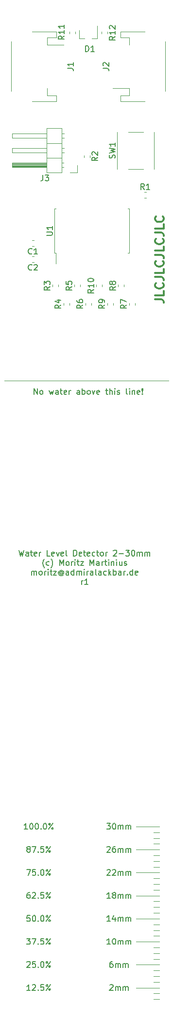
<source format=gbr>
G04 #@! TF.GenerationSoftware,KiCad,Pcbnew,5.1.5*
G04 #@! TF.CreationDate,2020-04-23T18:51:29+02:00*
G04 #@! TF.ProjectId,water_level,77617465-725f-46c6-9576-656c2e6b6963,rev?*
G04 #@! TF.SameCoordinates,Original*
G04 #@! TF.FileFunction,Legend,Top*
G04 #@! TF.FilePolarity,Positive*
%FSLAX46Y46*%
G04 Gerber Fmt 4.6, Leading zero omitted, Abs format (unit mm)*
G04 Created by KiCad (PCBNEW 5.1.5) date 2020-04-23 18:51:29*
%MOMM*%
%LPD*%
G04 APERTURE LIST*
%ADD10C,0.300000*%
%ADD11C,0.150000*%
%ADD12C,0.120000*%
G04 APERTURE END LIST*
D10*
X52264571Y-68396571D02*
X53336000Y-68396571D01*
X53550285Y-68468000D01*
X53693142Y-68610857D01*
X53764571Y-68825142D01*
X53764571Y-68968000D01*
X53764571Y-66968000D02*
X53764571Y-67682285D01*
X52264571Y-67682285D01*
X53621714Y-65610857D02*
X53693142Y-65682285D01*
X53764571Y-65896571D01*
X53764571Y-66039428D01*
X53693142Y-66253714D01*
X53550285Y-66396571D01*
X53407428Y-66468000D01*
X53121714Y-66539428D01*
X52907428Y-66539428D01*
X52621714Y-66468000D01*
X52478857Y-66396571D01*
X52336000Y-66253714D01*
X52264571Y-66039428D01*
X52264571Y-65896571D01*
X52336000Y-65682285D01*
X52407428Y-65610857D01*
X52264571Y-64539428D02*
X53336000Y-64539428D01*
X53550285Y-64610857D01*
X53693142Y-64753714D01*
X53764571Y-64968000D01*
X53764571Y-65110857D01*
X53764571Y-63110857D02*
X53764571Y-63825142D01*
X52264571Y-63825142D01*
X53621714Y-61753714D02*
X53693142Y-61825142D01*
X53764571Y-62039428D01*
X53764571Y-62182285D01*
X53693142Y-62396571D01*
X53550285Y-62539428D01*
X53407428Y-62610857D01*
X53121714Y-62682285D01*
X52907428Y-62682285D01*
X52621714Y-62610857D01*
X52478857Y-62539428D01*
X52336000Y-62396571D01*
X52264571Y-62182285D01*
X52264571Y-62039428D01*
X52336000Y-61825142D01*
X52407428Y-61753714D01*
X52264571Y-60682285D02*
X53336000Y-60682285D01*
X53550285Y-60753714D01*
X53693142Y-60896571D01*
X53764571Y-61110857D01*
X53764571Y-61253714D01*
X53764571Y-59253714D02*
X53764571Y-59968000D01*
X52264571Y-59968000D01*
X53621714Y-57896571D02*
X53693142Y-57968000D01*
X53764571Y-58182285D01*
X53764571Y-58325142D01*
X53693142Y-58539428D01*
X53550285Y-58682285D01*
X53407428Y-58753714D01*
X53121714Y-58825142D01*
X52907428Y-58825142D01*
X52621714Y-58753714D01*
X52478857Y-58682285D01*
X52336000Y-58539428D01*
X52264571Y-58325142D01*
X52264571Y-58182285D01*
X52336000Y-57968000D01*
X52407428Y-57896571D01*
X52264571Y-56825142D02*
X53336000Y-56825142D01*
X53550285Y-56896571D01*
X53693142Y-57039428D01*
X53764571Y-57253714D01*
X53764571Y-57396571D01*
X53764571Y-55396571D02*
X53764571Y-56110857D01*
X52264571Y-56110857D01*
X53621714Y-54039428D02*
X53693142Y-54110857D01*
X53764571Y-54325142D01*
X53764571Y-54468000D01*
X53693142Y-54682285D01*
X53550285Y-54825142D01*
X53407428Y-54896571D01*
X53121714Y-54968000D01*
X52907428Y-54968000D01*
X52621714Y-54896571D01*
X52478857Y-54825142D01*
X52336000Y-54682285D01*
X52264571Y-54468000D01*
X52264571Y-54325142D01*
X52336000Y-54110857D01*
X52407428Y-54039428D01*
D11*
X28547619Y-111977380D02*
X28785714Y-112977380D01*
X28976190Y-112263095D01*
X29166666Y-112977380D01*
X29404761Y-111977380D01*
X30214285Y-112977380D02*
X30214285Y-112453571D01*
X30166666Y-112358333D01*
X30071428Y-112310714D01*
X29880952Y-112310714D01*
X29785714Y-112358333D01*
X30214285Y-112929761D02*
X30119047Y-112977380D01*
X29880952Y-112977380D01*
X29785714Y-112929761D01*
X29738095Y-112834523D01*
X29738095Y-112739285D01*
X29785714Y-112644047D01*
X29880952Y-112596428D01*
X30119047Y-112596428D01*
X30214285Y-112548809D01*
X30547619Y-112310714D02*
X30928571Y-112310714D01*
X30690476Y-111977380D02*
X30690476Y-112834523D01*
X30738095Y-112929761D01*
X30833333Y-112977380D01*
X30928571Y-112977380D01*
X31642857Y-112929761D02*
X31547619Y-112977380D01*
X31357142Y-112977380D01*
X31261904Y-112929761D01*
X31214285Y-112834523D01*
X31214285Y-112453571D01*
X31261904Y-112358333D01*
X31357142Y-112310714D01*
X31547619Y-112310714D01*
X31642857Y-112358333D01*
X31690476Y-112453571D01*
X31690476Y-112548809D01*
X31214285Y-112644047D01*
X32119047Y-112977380D02*
X32119047Y-112310714D01*
X32119047Y-112501190D02*
X32166666Y-112405952D01*
X32214285Y-112358333D01*
X32309523Y-112310714D01*
X32404761Y-112310714D01*
X33976190Y-112977380D02*
X33500000Y-112977380D01*
X33500000Y-111977380D01*
X34690476Y-112929761D02*
X34595238Y-112977380D01*
X34404761Y-112977380D01*
X34309523Y-112929761D01*
X34261904Y-112834523D01*
X34261904Y-112453571D01*
X34309523Y-112358333D01*
X34404761Y-112310714D01*
X34595238Y-112310714D01*
X34690476Y-112358333D01*
X34738095Y-112453571D01*
X34738095Y-112548809D01*
X34261904Y-112644047D01*
X35071428Y-112310714D02*
X35309523Y-112977380D01*
X35547619Y-112310714D01*
X36309523Y-112929761D02*
X36214285Y-112977380D01*
X36023809Y-112977380D01*
X35928571Y-112929761D01*
X35880952Y-112834523D01*
X35880952Y-112453571D01*
X35928571Y-112358333D01*
X36023809Y-112310714D01*
X36214285Y-112310714D01*
X36309523Y-112358333D01*
X36357142Y-112453571D01*
X36357142Y-112548809D01*
X35880952Y-112644047D01*
X36928571Y-112977380D02*
X36833333Y-112929761D01*
X36785714Y-112834523D01*
X36785714Y-111977380D01*
X38071428Y-112977380D02*
X38071428Y-111977380D01*
X38309523Y-111977380D01*
X38452380Y-112025000D01*
X38547619Y-112120238D01*
X38595238Y-112215476D01*
X38642857Y-112405952D01*
X38642857Y-112548809D01*
X38595238Y-112739285D01*
X38547619Y-112834523D01*
X38452380Y-112929761D01*
X38309523Y-112977380D01*
X38071428Y-112977380D01*
X39452380Y-112929761D02*
X39357142Y-112977380D01*
X39166666Y-112977380D01*
X39071428Y-112929761D01*
X39023809Y-112834523D01*
X39023809Y-112453571D01*
X39071428Y-112358333D01*
X39166666Y-112310714D01*
X39357142Y-112310714D01*
X39452380Y-112358333D01*
X39500000Y-112453571D01*
X39500000Y-112548809D01*
X39023809Y-112644047D01*
X39785714Y-112310714D02*
X40166666Y-112310714D01*
X39928571Y-111977380D02*
X39928571Y-112834523D01*
X39976190Y-112929761D01*
X40071428Y-112977380D01*
X40166666Y-112977380D01*
X40880952Y-112929761D02*
X40785714Y-112977380D01*
X40595238Y-112977380D01*
X40500000Y-112929761D01*
X40452380Y-112834523D01*
X40452380Y-112453571D01*
X40500000Y-112358333D01*
X40595238Y-112310714D01*
X40785714Y-112310714D01*
X40880952Y-112358333D01*
X40928571Y-112453571D01*
X40928571Y-112548809D01*
X40452380Y-112644047D01*
X41785714Y-112929761D02*
X41690476Y-112977380D01*
X41500000Y-112977380D01*
X41404761Y-112929761D01*
X41357142Y-112882142D01*
X41309523Y-112786904D01*
X41309523Y-112501190D01*
X41357142Y-112405952D01*
X41404761Y-112358333D01*
X41500000Y-112310714D01*
X41690476Y-112310714D01*
X41785714Y-112358333D01*
X42071428Y-112310714D02*
X42452380Y-112310714D01*
X42214285Y-111977380D02*
X42214285Y-112834523D01*
X42261904Y-112929761D01*
X42357142Y-112977380D01*
X42452380Y-112977380D01*
X42928571Y-112977380D02*
X42833333Y-112929761D01*
X42785714Y-112882142D01*
X42738095Y-112786904D01*
X42738095Y-112501190D01*
X42785714Y-112405952D01*
X42833333Y-112358333D01*
X42928571Y-112310714D01*
X43071428Y-112310714D01*
X43166666Y-112358333D01*
X43214285Y-112405952D01*
X43261904Y-112501190D01*
X43261904Y-112786904D01*
X43214285Y-112882142D01*
X43166666Y-112929761D01*
X43071428Y-112977380D01*
X42928571Y-112977380D01*
X43690476Y-112977380D02*
X43690476Y-112310714D01*
X43690476Y-112501190D02*
X43738095Y-112405952D01*
X43785714Y-112358333D01*
X43880952Y-112310714D01*
X43976190Y-112310714D01*
X45023809Y-112072619D02*
X45071428Y-112025000D01*
X45166666Y-111977380D01*
X45404761Y-111977380D01*
X45500000Y-112025000D01*
X45547619Y-112072619D01*
X45595238Y-112167857D01*
X45595238Y-112263095D01*
X45547619Y-112405952D01*
X44976190Y-112977380D01*
X45595238Y-112977380D01*
X46023809Y-112596428D02*
X46785714Y-112596428D01*
X47166666Y-111977380D02*
X47785714Y-111977380D01*
X47452380Y-112358333D01*
X47595238Y-112358333D01*
X47690476Y-112405952D01*
X47738095Y-112453571D01*
X47785714Y-112548809D01*
X47785714Y-112786904D01*
X47738095Y-112882142D01*
X47690476Y-112929761D01*
X47595238Y-112977380D01*
X47309523Y-112977380D01*
X47214285Y-112929761D01*
X47166666Y-112882142D01*
X48404761Y-111977380D02*
X48500000Y-111977380D01*
X48595238Y-112025000D01*
X48642857Y-112072619D01*
X48690476Y-112167857D01*
X48738095Y-112358333D01*
X48738095Y-112596428D01*
X48690476Y-112786904D01*
X48642857Y-112882142D01*
X48595238Y-112929761D01*
X48500000Y-112977380D01*
X48404761Y-112977380D01*
X48309523Y-112929761D01*
X48261904Y-112882142D01*
X48214285Y-112786904D01*
X48166666Y-112596428D01*
X48166666Y-112358333D01*
X48214285Y-112167857D01*
X48261904Y-112072619D01*
X48309523Y-112025000D01*
X48404761Y-111977380D01*
X49166666Y-112977380D02*
X49166666Y-112310714D01*
X49166666Y-112405952D02*
X49214285Y-112358333D01*
X49309523Y-112310714D01*
X49452380Y-112310714D01*
X49547619Y-112358333D01*
X49595238Y-112453571D01*
X49595238Y-112977380D01*
X49595238Y-112453571D02*
X49642857Y-112358333D01*
X49738095Y-112310714D01*
X49880952Y-112310714D01*
X49976190Y-112358333D01*
X50023809Y-112453571D01*
X50023809Y-112977380D01*
X50500000Y-112977380D02*
X50500000Y-112310714D01*
X50500000Y-112405952D02*
X50547619Y-112358333D01*
X50642857Y-112310714D01*
X50785714Y-112310714D01*
X50880952Y-112358333D01*
X50928571Y-112453571D01*
X50928571Y-112977380D01*
X50928571Y-112453571D02*
X50976190Y-112358333D01*
X51071428Y-112310714D01*
X51214285Y-112310714D01*
X51309523Y-112358333D01*
X51357142Y-112453571D01*
X51357142Y-112977380D01*
X33000000Y-115008333D02*
X32952380Y-114960714D01*
X32857142Y-114817857D01*
X32809523Y-114722619D01*
X32761904Y-114579761D01*
X32714285Y-114341666D01*
X32714285Y-114151190D01*
X32761904Y-113913095D01*
X32809523Y-113770238D01*
X32857142Y-113675000D01*
X32952380Y-113532142D01*
X33000000Y-113484523D01*
X33809523Y-114579761D02*
X33714285Y-114627380D01*
X33523809Y-114627380D01*
X33428571Y-114579761D01*
X33380952Y-114532142D01*
X33333333Y-114436904D01*
X33333333Y-114151190D01*
X33380952Y-114055952D01*
X33428571Y-114008333D01*
X33523809Y-113960714D01*
X33714285Y-113960714D01*
X33809523Y-114008333D01*
X34142857Y-115008333D02*
X34190476Y-114960714D01*
X34285714Y-114817857D01*
X34333333Y-114722619D01*
X34380952Y-114579761D01*
X34428571Y-114341666D01*
X34428571Y-114151190D01*
X34380952Y-113913095D01*
X34333333Y-113770238D01*
X34285714Y-113675000D01*
X34190476Y-113532142D01*
X34142857Y-113484523D01*
X35666666Y-114627380D02*
X35666666Y-113627380D01*
X36000000Y-114341666D01*
X36333333Y-113627380D01*
X36333333Y-114627380D01*
X36952380Y-114627380D02*
X36857142Y-114579761D01*
X36809523Y-114532142D01*
X36761904Y-114436904D01*
X36761904Y-114151190D01*
X36809523Y-114055952D01*
X36857142Y-114008333D01*
X36952380Y-113960714D01*
X37095238Y-113960714D01*
X37190476Y-114008333D01*
X37238095Y-114055952D01*
X37285714Y-114151190D01*
X37285714Y-114436904D01*
X37238095Y-114532142D01*
X37190476Y-114579761D01*
X37095238Y-114627380D01*
X36952380Y-114627380D01*
X37714285Y-114627380D02*
X37714285Y-113960714D01*
X37714285Y-114151190D02*
X37761904Y-114055952D01*
X37809523Y-114008333D01*
X37904761Y-113960714D01*
X38000000Y-113960714D01*
X38333333Y-114627380D02*
X38333333Y-113960714D01*
X38333333Y-113627380D02*
X38285714Y-113675000D01*
X38333333Y-113722619D01*
X38380952Y-113675000D01*
X38333333Y-113627380D01*
X38333333Y-113722619D01*
X38666666Y-113960714D02*
X39047619Y-113960714D01*
X38809523Y-113627380D02*
X38809523Y-114484523D01*
X38857142Y-114579761D01*
X38952380Y-114627380D01*
X39047619Y-114627380D01*
X39285714Y-113960714D02*
X39809523Y-113960714D01*
X39285714Y-114627380D01*
X39809523Y-114627380D01*
X40952380Y-114627380D02*
X40952380Y-113627380D01*
X41285714Y-114341666D01*
X41619047Y-113627380D01*
X41619047Y-114627380D01*
X42523809Y-114627380D02*
X42523809Y-114103571D01*
X42476190Y-114008333D01*
X42380952Y-113960714D01*
X42190476Y-113960714D01*
X42095238Y-114008333D01*
X42523809Y-114579761D02*
X42428571Y-114627380D01*
X42190476Y-114627380D01*
X42095238Y-114579761D01*
X42047619Y-114484523D01*
X42047619Y-114389285D01*
X42095238Y-114294047D01*
X42190476Y-114246428D01*
X42428571Y-114246428D01*
X42523809Y-114198809D01*
X43000000Y-114627380D02*
X43000000Y-113960714D01*
X43000000Y-114151190D02*
X43047619Y-114055952D01*
X43095238Y-114008333D01*
X43190476Y-113960714D01*
X43285714Y-113960714D01*
X43476190Y-113960714D02*
X43857142Y-113960714D01*
X43619047Y-113627380D02*
X43619047Y-114484523D01*
X43666666Y-114579761D01*
X43761904Y-114627380D01*
X43857142Y-114627380D01*
X44190476Y-114627380D02*
X44190476Y-113960714D01*
X44190476Y-113627380D02*
X44142857Y-113675000D01*
X44190476Y-113722619D01*
X44238095Y-113675000D01*
X44190476Y-113627380D01*
X44190476Y-113722619D01*
X44666666Y-113960714D02*
X44666666Y-114627380D01*
X44666666Y-114055952D02*
X44714285Y-114008333D01*
X44809523Y-113960714D01*
X44952380Y-113960714D01*
X45047619Y-114008333D01*
X45095238Y-114103571D01*
X45095238Y-114627380D01*
X45571428Y-114627380D02*
X45571428Y-113960714D01*
X45571428Y-113627380D02*
X45523809Y-113675000D01*
X45571428Y-113722619D01*
X45619047Y-113675000D01*
X45571428Y-113627380D01*
X45571428Y-113722619D01*
X46476190Y-113960714D02*
X46476190Y-114627380D01*
X46047619Y-113960714D02*
X46047619Y-114484523D01*
X46095238Y-114579761D01*
X46190476Y-114627380D01*
X46333333Y-114627380D01*
X46428571Y-114579761D01*
X46476190Y-114532142D01*
X46904761Y-114579761D02*
X47000000Y-114627380D01*
X47190476Y-114627380D01*
X47285714Y-114579761D01*
X47333333Y-114484523D01*
X47333333Y-114436904D01*
X47285714Y-114341666D01*
X47190476Y-114294047D01*
X47047619Y-114294047D01*
X46952380Y-114246428D01*
X46904761Y-114151190D01*
X46904761Y-114103571D01*
X46952380Y-114008333D01*
X47047619Y-113960714D01*
X47190476Y-113960714D01*
X47285714Y-114008333D01*
X30785714Y-116277380D02*
X30785714Y-115610714D01*
X30785714Y-115705952D02*
X30833333Y-115658333D01*
X30928571Y-115610714D01*
X31071428Y-115610714D01*
X31166666Y-115658333D01*
X31214285Y-115753571D01*
X31214285Y-116277380D01*
X31214285Y-115753571D02*
X31261904Y-115658333D01*
X31357142Y-115610714D01*
X31499999Y-115610714D01*
X31595238Y-115658333D01*
X31642857Y-115753571D01*
X31642857Y-116277380D01*
X32261904Y-116277380D02*
X32166666Y-116229761D01*
X32119047Y-116182142D01*
X32071428Y-116086904D01*
X32071428Y-115801190D01*
X32119047Y-115705952D01*
X32166666Y-115658333D01*
X32261904Y-115610714D01*
X32404761Y-115610714D01*
X32499999Y-115658333D01*
X32547619Y-115705952D01*
X32595238Y-115801190D01*
X32595238Y-116086904D01*
X32547619Y-116182142D01*
X32499999Y-116229761D01*
X32404761Y-116277380D01*
X32261904Y-116277380D01*
X33023809Y-116277380D02*
X33023809Y-115610714D01*
X33023809Y-115801190D02*
X33071428Y-115705952D01*
X33119047Y-115658333D01*
X33214285Y-115610714D01*
X33309523Y-115610714D01*
X33642857Y-116277380D02*
X33642857Y-115610714D01*
X33642857Y-115277380D02*
X33595238Y-115325000D01*
X33642857Y-115372619D01*
X33690476Y-115325000D01*
X33642857Y-115277380D01*
X33642857Y-115372619D01*
X33976190Y-115610714D02*
X34357142Y-115610714D01*
X34119047Y-115277380D02*
X34119047Y-116134523D01*
X34166666Y-116229761D01*
X34261904Y-116277380D01*
X34357142Y-116277380D01*
X34595238Y-115610714D02*
X35119047Y-115610714D01*
X34595238Y-116277380D01*
X35119047Y-116277380D01*
X36119047Y-115801190D02*
X36071428Y-115753571D01*
X35976190Y-115705952D01*
X35880952Y-115705952D01*
X35785714Y-115753571D01*
X35738095Y-115801190D01*
X35690476Y-115896428D01*
X35690476Y-115991666D01*
X35738095Y-116086904D01*
X35785714Y-116134523D01*
X35880952Y-116182142D01*
X35976190Y-116182142D01*
X36071428Y-116134523D01*
X36119047Y-116086904D01*
X36119047Y-115705952D02*
X36119047Y-116086904D01*
X36166666Y-116134523D01*
X36214285Y-116134523D01*
X36309523Y-116086904D01*
X36357142Y-115991666D01*
X36357142Y-115753571D01*
X36261904Y-115610714D01*
X36119047Y-115515476D01*
X35928571Y-115467857D01*
X35738095Y-115515476D01*
X35595238Y-115610714D01*
X35500000Y-115753571D01*
X35452380Y-115944047D01*
X35500000Y-116134523D01*
X35595238Y-116277380D01*
X35738095Y-116372619D01*
X35928571Y-116420238D01*
X36119047Y-116372619D01*
X36261904Y-116277380D01*
X37214285Y-116277380D02*
X37214285Y-115753571D01*
X37166666Y-115658333D01*
X37071428Y-115610714D01*
X36880952Y-115610714D01*
X36785714Y-115658333D01*
X37214285Y-116229761D02*
X37119047Y-116277380D01*
X36880952Y-116277380D01*
X36785714Y-116229761D01*
X36738095Y-116134523D01*
X36738095Y-116039285D01*
X36785714Y-115944047D01*
X36880952Y-115896428D01*
X37119047Y-115896428D01*
X37214285Y-115848809D01*
X38119047Y-116277380D02*
X38119047Y-115277380D01*
X38119047Y-116229761D02*
X38023809Y-116277380D01*
X37833333Y-116277380D01*
X37738095Y-116229761D01*
X37690476Y-116182142D01*
X37642857Y-116086904D01*
X37642857Y-115801190D01*
X37690476Y-115705952D01*
X37738095Y-115658333D01*
X37833333Y-115610714D01*
X38023809Y-115610714D01*
X38119047Y-115658333D01*
X38595238Y-116277380D02*
X38595238Y-115610714D01*
X38595238Y-115705952D02*
X38642857Y-115658333D01*
X38738095Y-115610714D01*
X38880952Y-115610714D01*
X38976190Y-115658333D01*
X39023809Y-115753571D01*
X39023809Y-116277380D01*
X39023809Y-115753571D02*
X39071428Y-115658333D01*
X39166666Y-115610714D01*
X39309523Y-115610714D01*
X39404761Y-115658333D01*
X39452380Y-115753571D01*
X39452380Y-116277380D01*
X39928571Y-116277380D02*
X39928571Y-115610714D01*
X39928571Y-115277380D02*
X39880952Y-115325000D01*
X39928571Y-115372619D01*
X39976190Y-115325000D01*
X39928571Y-115277380D01*
X39928571Y-115372619D01*
X40404761Y-116277380D02*
X40404761Y-115610714D01*
X40404761Y-115801190D02*
X40452380Y-115705952D01*
X40500000Y-115658333D01*
X40595238Y-115610714D01*
X40690476Y-115610714D01*
X41452380Y-116277380D02*
X41452380Y-115753571D01*
X41404761Y-115658333D01*
X41309523Y-115610714D01*
X41119047Y-115610714D01*
X41023809Y-115658333D01*
X41452380Y-116229761D02*
X41357142Y-116277380D01*
X41119047Y-116277380D01*
X41023809Y-116229761D01*
X40976190Y-116134523D01*
X40976190Y-116039285D01*
X41023809Y-115944047D01*
X41119047Y-115896428D01*
X41357142Y-115896428D01*
X41452380Y-115848809D01*
X42071428Y-116277380D02*
X41976190Y-116229761D01*
X41928571Y-116134523D01*
X41928571Y-115277380D01*
X42880952Y-116277380D02*
X42880952Y-115753571D01*
X42833333Y-115658333D01*
X42738095Y-115610714D01*
X42547619Y-115610714D01*
X42452380Y-115658333D01*
X42880952Y-116229761D02*
X42785714Y-116277380D01*
X42547619Y-116277380D01*
X42452380Y-116229761D01*
X42404761Y-116134523D01*
X42404761Y-116039285D01*
X42452380Y-115944047D01*
X42547619Y-115896428D01*
X42785714Y-115896428D01*
X42880952Y-115848809D01*
X43785714Y-116229761D02*
X43690476Y-116277380D01*
X43500000Y-116277380D01*
X43404761Y-116229761D01*
X43357142Y-116182142D01*
X43309523Y-116086904D01*
X43309523Y-115801190D01*
X43357142Y-115705952D01*
X43404761Y-115658333D01*
X43500000Y-115610714D01*
X43690476Y-115610714D01*
X43785714Y-115658333D01*
X44214285Y-116277380D02*
X44214285Y-115277380D01*
X44309523Y-115896428D02*
X44595238Y-116277380D01*
X44595238Y-115610714D02*
X44214285Y-115991666D01*
X45023809Y-116277380D02*
X45023809Y-115277380D01*
X45023809Y-115658333D02*
X45119047Y-115610714D01*
X45309523Y-115610714D01*
X45404761Y-115658333D01*
X45452380Y-115705952D01*
X45500000Y-115801190D01*
X45500000Y-116086904D01*
X45452380Y-116182142D01*
X45404761Y-116229761D01*
X45309523Y-116277380D01*
X45119047Y-116277380D01*
X45023809Y-116229761D01*
X46357142Y-116277380D02*
X46357142Y-115753571D01*
X46309523Y-115658333D01*
X46214285Y-115610714D01*
X46023809Y-115610714D01*
X45928571Y-115658333D01*
X46357142Y-116229761D02*
X46261904Y-116277380D01*
X46023809Y-116277380D01*
X45928571Y-116229761D01*
X45880952Y-116134523D01*
X45880952Y-116039285D01*
X45928571Y-115944047D01*
X46023809Y-115896428D01*
X46261904Y-115896428D01*
X46357142Y-115848809D01*
X46833333Y-116277380D02*
X46833333Y-115610714D01*
X46833333Y-115801190D02*
X46880952Y-115705952D01*
X46928571Y-115658333D01*
X47023809Y-115610714D01*
X47119047Y-115610714D01*
X47452380Y-116182142D02*
X47500000Y-116229761D01*
X47452380Y-116277380D01*
X47404761Y-116229761D01*
X47452380Y-116182142D01*
X47452380Y-116277380D01*
X48357142Y-116277380D02*
X48357142Y-115277380D01*
X48357142Y-116229761D02*
X48261904Y-116277380D01*
X48071428Y-116277380D01*
X47976190Y-116229761D01*
X47928571Y-116182142D01*
X47880952Y-116086904D01*
X47880952Y-115801190D01*
X47928571Y-115705952D01*
X47976190Y-115658333D01*
X48071428Y-115610714D01*
X48261904Y-115610714D01*
X48357142Y-115658333D01*
X49214285Y-116229761D02*
X49119047Y-116277380D01*
X48928571Y-116277380D01*
X48833333Y-116229761D01*
X48785714Y-116134523D01*
X48785714Y-115753571D01*
X48833333Y-115658333D01*
X48928571Y-115610714D01*
X49119047Y-115610714D01*
X49214285Y-115658333D01*
X49261904Y-115753571D01*
X49261904Y-115848809D01*
X48785714Y-115944047D01*
X39452380Y-117927380D02*
X39452380Y-117260714D01*
X39452380Y-117451190D02*
X39500000Y-117355952D01*
X39547619Y-117308333D01*
X39642857Y-117260714D01*
X39738095Y-117260714D01*
X40595238Y-117927380D02*
X40023809Y-117927380D01*
X40309523Y-117927380D02*
X40309523Y-116927380D01*
X40214285Y-117070238D01*
X40119047Y-117165476D01*
X40023809Y-117213095D01*
X30142857Y-163880952D02*
X30047619Y-163833333D01*
X30000000Y-163785714D01*
X29952380Y-163690476D01*
X29952380Y-163642857D01*
X30000000Y-163547619D01*
X30047619Y-163500000D01*
X30142857Y-163452380D01*
X30333333Y-163452380D01*
X30428571Y-163500000D01*
X30476190Y-163547619D01*
X30523809Y-163642857D01*
X30523809Y-163690476D01*
X30476190Y-163785714D01*
X30428571Y-163833333D01*
X30333333Y-163880952D01*
X30142857Y-163880952D01*
X30047619Y-163928571D01*
X30000000Y-163976190D01*
X29952380Y-164071428D01*
X29952380Y-164261904D01*
X30000000Y-164357142D01*
X30047619Y-164404761D01*
X30142857Y-164452380D01*
X30333333Y-164452380D01*
X30428571Y-164404761D01*
X30476190Y-164357142D01*
X30523809Y-164261904D01*
X30523809Y-164071428D01*
X30476190Y-163976190D01*
X30428571Y-163928571D01*
X30333333Y-163880952D01*
X30857142Y-163452380D02*
X31523809Y-163452380D01*
X31095238Y-164452380D01*
X31904761Y-164357142D02*
X31952380Y-164404761D01*
X31904761Y-164452380D01*
X31857142Y-164404761D01*
X31904761Y-164357142D01*
X31904761Y-164452380D01*
X32857142Y-163452380D02*
X32380952Y-163452380D01*
X32333333Y-163928571D01*
X32380952Y-163880952D01*
X32476190Y-163833333D01*
X32714285Y-163833333D01*
X32809523Y-163880952D01*
X32857142Y-163928571D01*
X32904761Y-164023809D01*
X32904761Y-164261904D01*
X32857142Y-164357142D01*
X32809523Y-164404761D01*
X32714285Y-164452380D01*
X32476190Y-164452380D01*
X32380952Y-164404761D01*
X32333333Y-164357142D01*
X33285714Y-164452380D02*
X34047619Y-163452380D01*
X33428571Y-163452380D02*
X33523809Y-163500000D01*
X33571428Y-163595238D01*
X33523809Y-163690476D01*
X33428571Y-163738095D01*
X33333333Y-163690476D01*
X33285714Y-163595238D01*
X33333333Y-163500000D01*
X33428571Y-163452380D01*
X34000000Y-164404761D02*
X34047619Y-164309523D01*
X34000000Y-164214285D01*
X33904761Y-164166666D01*
X33809523Y-164214285D01*
X33761904Y-164309523D01*
X33809523Y-164404761D01*
X33904761Y-164452380D01*
X34000000Y-164404761D01*
X30047619Y-160452380D02*
X29476190Y-160452380D01*
X29761904Y-160452380D02*
X29761904Y-159452380D01*
X29666666Y-159595238D01*
X29571428Y-159690476D01*
X29476190Y-159738095D01*
X30666666Y-159452380D02*
X30761904Y-159452380D01*
X30857142Y-159500000D01*
X30904761Y-159547619D01*
X30952380Y-159642857D01*
X30999999Y-159833333D01*
X30999999Y-160071428D01*
X30952380Y-160261904D01*
X30904761Y-160357142D01*
X30857142Y-160404761D01*
X30761904Y-160452380D01*
X30666666Y-160452380D01*
X30571428Y-160404761D01*
X30523809Y-160357142D01*
X30476190Y-160261904D01*
X30428571Y-160071428D01*
X30428571Y-159833333D01*
X30476190Y-159642857D01*
X30523809Y-159547619D01*
X30571428Y-159500000D01*
X30666666Y-159452380D01*
X31619047Y-159452380D02*
X31714285Y-159452380D01*
X31809523Y-159500000D01*
X31857142Y-159547619D01*
X31904761Y-159642857D01*
X31952380Y-159833333D01*
X31952380Y-160071428D01*
X31904761Y-160261904D01*
X31857142Y-160357142D01*
X31809523Y-160404761D01*
X31714285Y-160452380D01*
X31619047Y-160452380D01*
X31523809Y-160404761D01*
X31476190Y-160357142D01*
X31428571Y-160261904D01*
X31380952Y-160071428D01*
X31380952Y-159833333D01*
X31428571Y-159642857D01*
X31476190Y-159547619D01*
X31523809Y-159500000D01*
X31619047Y-159452380D01*
X32380952Y-160357142D02*
X32428571Y-160404761D01*
X32380952Y-160452380D01*
X32333333Y-160404761D01*
X32380952Y-160357142D01*
X32380952Y-160452380D01*
X33047619Y-159452380D02*
X33142857Y-159452380D01*
X33238095Y-159500000D01*
X33285714Y-159547619D01*
X33333333Y-159642857D01*
X33380952Y-159833333D01*
X33380952Y-160071428D01*
X33333333Y-160261904D01*
X33285714Y-160357142D01*
X33238095Y-160404761D01*
X33142857Y-160452380D01*
X33047619Y-160452380D01*
X32952380Y-160404761D01*
X32904761Y-160357142D01*
X32857142Y-160261904D01*
X32809523Y-160071428D01*
X32809523Y-159833333D01*
X32857142Y-159642857D01*
X32904761Y-159547619D01*
X32952380Y-159500000D01*
X33047619Y-159452380D01*
X33761904Y-160452380D02*
X34523809Y-159452380D01*
X33904761Y-159452380D02*
X34000000Y-159500000D01*
X34047619Y-159595238D01*
X34000000Y-159690476D01*
X33904761Y-159738095D01*
X33809523Y-159690476D01*
X33761904Y-159595238D01*
X33809523Y-159500000D01*
X33904761Y-159452380D01*
X34476190Y-160404761D02*
X34523809Y-160309523D01*
X34476190Y-160214285D01*
X34380952Y-160166666D01*
X34285714Y-160214285D01*
X34238095Y-160309523D01*
X34285714Y-160404761D01*
X34380952Y-160452380D01*
X34476190Y-160404761D01*
X29952380Y-183547619D02*
X30000000Y-183500000D01*
X30095238Y-183452380D01*
X30333333Y-183452380D01*
X30428571Y-183500000D01*
X30476190Y-183547619D01*
X30523809Y-183642857D01*
X30523809Y-183738095D01*
X30476190Y-183880952D01*
X29904761Y-184452380D01*
X30523809Y-184452380D01*
X31428571Y-183452380D02*
X30952380Y-183452380D01*
X30904761Y-183928571D01*
X30952380Y-183880952D01*
X31047619Y-183833333D01*
X31285714Y-183833333D01*
X31380952Y-183880952D01*
X31428571Y-183928571D01*
X31476190Y-184023809D01*
X31476190Y-184261904D01*
X31428571Y-184357142D01*
X31380952Y-184404761D01*
X31285714Y-184452380D01*
X31047619Y-184452380D01*
X30952380Y-184404761D01*
X30904761Y-184357142D01*
X31904761Y-184357142D02*
X31952380Y-184404761D01*
X31904761Y-184452380D01*
X31857142Y-184404761D01*
X31904761Y-184357142D01*
X31904761Y-184452380D01*
X32571428Y-183452380D02*
X32666666Y-183452380D01*
X32761904Y-183500000D01*
X32809523Y-183547619D01*
X32857142Y-183642857D01*
X32904761Y-183833333D01*
X32904761Y-184071428D01*
X32857142Y-184261904D01*
X32809523Y-184357142D01*
X32761904Y-184404761D01*
X32666666Y-184452380D01*
X32571428Y-184452380D01*
X32476190Y-184404761D01*
X32428571Y-184357142D01*
X32380952Y-184261904D01*
X32333333Y-184071428D01*
X32333333Y-183833333D01*
X32380952Y-183642857D01*
X32428571Y-183547619D01*
X32476190Y-183500000D01*
X32571428Y-183452380D01*
X33285714Y-184452380D02*
X34047619Y-183452380D01*
X33428571Y-183452380D02*
X33523809Y-183500000D01*
X33571428Y-183595238D01*
X33523809Y-183690476D01*
X33428571Y-183738095D01*
X33333333Y-183690476D01*
X33285714Y-183595238D01*
X33333333Y-183500000D01*
X33428571Y-183452380D01*
X34000000Y-184404761D02*
X34047619Y-184309523D01*
X34000000Y-184214285D01*
X33904761Y-184166666D01*
X33809523Y-184214285D01*
X33761904Y-184309523D01*
X33809523Y-184404761D01*
X33904761Y-184452380D01*
X34000000Y-184404761D01*
X30476190Y-175452380D02*
X30000000Y-175452380D01*
X29952380Y-175928571D01*
X30000000Y-175880952D01*
X30095238Y-175833333D01*
X30333333Y-175833333D01*
X30428571Y-175880952D01*
X30476190Y-175928571D01*
X30523809Y-176023809D01*
X30523809Y-176261904D01*
X30476190Y-176357142D01*
X30428571Y-176404761D01*
X30333333Y-176452380D01*
X30095238Y-176452380D01*
X30000000Y-176404761D01*
X29952380Y-176357142D01*
X31142857Y-175452380D02*
X31238095Y-175452380D01*
X31333333Y-175500000D01*
X31380952Y-175547619D01*
X31428571Y-175642857D01*
X31476190Y-175833333D01*
X31476190Y-176071428D01*
X31428571Y-176261904D01*
X31380952Y-176357142D01*
X31333333Y-176404761D01*
X31238095Y-176452380D01*
X31142857Y-176452380D01*
X31047619Y-176404761D01*
X31000000Y-176357142D01*
X30952380Y-176261904D01*
X30904761Y-176071428D01*
X30904761Y-175833333D01*
X30952380Y-175642857D01*
X31000000Y-175547619D01*
X31047619Y-175500000D01*
X31142857Y-175452380D01*
X31904761Y-176357142D02*
X31952380Y-176404761D01*
X31904761Y-176452380D01*
X31857142Y-176404761D01*
X31904761Y-176357142D01*
X31904761Y-176452380D01*
X32571428Y-175452380D02*
X32666666Y-175452380D01*
X32761904Y-175500000D01*
X32809523Y-175547619D01*
X32857142Y-175642857D01*
X32904761Y-175833333D01*
X32904761Y-176071428D01*
X32857142Y-176261904D01*
X32809523Y-176357142D01*
X32761904Y-176404761D01*
X32666666Y-176452380D01*
X32571428Y-176452380D01*
X32476190Y-176404761D01*
X32428571Y-176357142D01*
X32380952Y-176261904D01*
X32333333Y-176071428D01*
X32333333Y-175833333D01*
X32380952Y-175642857D01*
X32428571Y-175547619D01*
X32476190Y-175500000D01*
X32571428Y-175452380D01*
X33285714Y-176452380D02*
X34047619Y-175452380D01*
X33428571Y-175452380D02*
X33523809Y-175500000D01*
X33571428Y-175595238D01*
X33523809Y-175690476D01*
X33428571Y-175738095D01*
X33333333Y-175690476D01*
X33285714Y-175595238D01*
X33333333Y-175500000D01*
X33428571Y-175452380D01*
X34000000Y-176404761D02*
X34047619Y-176309523D01*
X34000000Y-176214285D01*
X33904761Y-176166666D01*
X33809523Y-176214285D01*
X33761904Y-176309523D01*
X33809523Y-176404761D01*
X33904761Y-176452380D01*
X34000000Y-176404761D01*
X29904761Y-179452380D02*
X30523809Y-179452380D01*
X30190476Y-179833333D01*
X30333333Y-179833333D01*
X30428571Y-179880952D01*
X30476190Y-179928571D01*
X30523809Y-180023809D01*
X30523809Y-180261904D01*
X30476190Y-180357142D01*
X30428571Y-180404761D01*
X30333333Y-180452380D01*
X30047619Y-180452380D01*
X29952380Y-180404761D01*
X29904761Y-180357142D01*
X30857142Y-179452380D02*
X31523809Y-179452380D01*
X31095238Y-180452380D01*
X31904761Y-180357142D02*
X31952380Y-180404761D01*
X31904761Y-180452380D01*
X31857142Y-180404761D01*
X31904761Y-180357142D01*
X31904761Y-180452380D01*
X32857142Y-179452380D02*
X32380952Y-179452380D01*
X32333333Y-179928571D01*
X32380952Y-179880952D01*
X32476190Y-179833333D01*
X32714285Y-179833333D01*
X32809523Y-179880952D01*
X32857142Y-179928571D01*
X32904761Y-180023809D01*
X32904761Y-180261904D01*
X32857142Y-180357142D01*
X32809523Y-180404761D01*
X32714285Y-180452380D01*
X32476190Y-180452380D01*
X32380952Y-180404761D01*
X32333333Y-180357142D01*
X33285714Y-180452380D02*
X34047619Y-179452380D01*
X33428571Y-179452380D02*
X33523809Y-179500000D01*
X33571428Y-179595238D01*
X33523809Y-179690476D01*
X33428571Y-179738095D01*
X33333333Y-179690476D01*
X33285714Y-179595238D01*
X33333333Y-179500000D01*
X33428571Y-179452380D01*
X34000000Y-180404761D02*
X34047619Y-180309523D01*
X34000000Y-180214285D01*
X33904761Y-180166666D01*
X33809523Y-180214285D01*
X33761904Y-180309523D01*
X33809523Y-180404761D01*
X33904761Y-180452380D01*
X34000000Y-180404761D01*
X30428571Y-171452380D02*
X30238095Y-171452380D01*
X30142857Y-171500000D01*
X30095238Y-171547619D01*
X30000000Y-171690476D01*
X29952380Y-171880952D01*
X29952380Y-172261904D01*
X30000000Y-172357142D01*
X30047619Y-172404761D01*
X30142857Y-172452380D01*
X30333333Y-172452380D01*
X30428571Y-172404761D01*
X30476190Y-172357142D01*
X30523809Y-172261904D01*
X30523809Y-172023809D01*
X30476190Y-171928571D01*
X30428571Y-171880952D01*
X30333333Y-171833333D01*
X30142857Y-171833333D01*
X30047619Y-171880952D01*
X30000000Y-171928571D01*
X29952380Y-172023809D01*
X30904761Y-171547619D02*
X30952380Y-171500000D01*
X31047619Y-171452380D01*
X31285714Y-171452380D01*
X31380952Y-171500000D01*
X31428571Y-171547619D01*
X31476190Y-171642857D01*
X31476190Y-171738095D01*
X31428571Y-171880952D01*
X30857142Y-172452380D01*
X31476190Y-172452380D01*
X31904761Y-172357142D02*
X31952380Y-172404761D01*
X31904761Y-172452380D01*
X31857142Y-172404761D01*
X31904761Y-172357142D01*
X31904761Y-172452380D01*
X32857142Y-171452380D02*
X32380952Y-171452380D01*
X32333333Y-171928571D01*
X32380952Y-171880952D01*
X32476190Y-171833333D01*
X32714285Y-171833333D01*
X32809523Y-171880952D01*
X32857142Y-171928571D01*
X32904761Y-172023809D01*
X32904761Y-172261904D01*
X32857142Y-172357142D01*
X32809523Y-172404761D01*
X32714285Y-172452380D01*
X32476190Y-172452380D01*
X32380952Y-172404761D01*
X32333333Y-172357142D01*
X33285714Y-172452380D02*
X34047619Y-171452380D01*
X33428571Y-171452380D02*
X33523809Y-171500000D01*
X33571428Y-171595238D01*
X33523809Y-171690476D01*
X33428571Y-171738095D01*
X33333333Y-171690476D01*
X33285714Y-171595238D01*
X33333333Y-171500000D01*
X33428571Y-171452380D01*
X34000000Y-172404761D02*
X34047619Y-172309523D01*
X34000000Y-172214285D01*
X33904761Y-172166666D01*
X33809523Y-172214285D01*
X33761904Y-172309523D01*
X33809523Y-172404761D01*
X33904761Y-172452380D01*
X34000000Y-172404761D01*
X29904761Y-167452380D02*
X30571428Y-167452380D01*
X30142857Y-168452380D01*
X31428571Y-167452380D02*
X30952380Y-167452380D01*
X30904761Y-167928571D01*
X30952380Y-167880952D01*
X31047619Y-167833333D01*
X31285714Y-167833333D01*
X31380952Y-167880952D01*
X31428571Y-167928571D01*
X31476190Y-168023809D01*
X31476190Y-168261904D01*
X31428571Y-168357142D01*
X31380952Y-168404761D01*
X31285714Y-168452380D01*
X31047619Y-168452380D01*
X30952380Y-168404761D01*
X30904761Y-168357142D01*
X31904761Y-168357142D02*
X31952380Y-168404761D01*
X31904761Y-168452380D01*
X31857142Y-168404761D01*
X31904761Y-168357142D01*
X31904761Y-168452380D01*
X32571428Y-167452380D02*
X32666666Y-167452380D01*
X32761904Y-167500000D01*
X32809523Y-167547619D01*
X32857142Y-167642857D01*
X32904761Y-167833333D01*
X32904761Y-168071428D01*
X32857142Y-168261904D01*
X32809523Y-168357142D01*
X32761904Y-168404761D01*
X32666666Y-168452380D01*
X32571428Y-168452380D01*
X32476190Y-168404761D01*
X32428571Y-168357142D01*
X32380952Y-168261904D01*
X32333333Y-168071428D01*
X32333333Y-167833333D01*
X32380952Y-167642857D01*
X32428571Y-167547619D01*
X32476190Y-167500000D01*
X32571428Y-167452380D01*
X33285714Y-168452380D02*
X34047619Y-167452380D01*
X33428571Y-167452380D02*
X33523809Y-167500000D01*
X33571428Y-167595238D01*
X33523809Y-167690476D01*
X33428571Y-167738095D01*
X33333333Y-167690476D01*
X33285714Y-167595238D01*
X33333333Y-167500000D01*
X33428571Y-167452380D01*
X34000000Y-168404761D02*
X34047619Y-168309523D01*
X34000000Y-168214285D01*
X33904761Y-168166666D01*
X33809523Y-168214285D01*
X33761904Y-168309523D01*
X33809523Y-168404761D01*
X33904761Y-168452380D01*
X34000000Y-168404761D01*
X30523809Y-188452380D02*
X29952380Y-188452380D01*
X30238095Y-188452380D02*
X30238095Y-187452380D01*
X30142857Y-187595238D01*
X30047619Y-187690476D01*
X29952380Y-187738095D01*
X30904761Y-187547619D02*
X30952380Y-187500000D01*
X31047619Y-187452380D01*
X31285714Y-187452380D01*
X31380952Y-187500000D01*
X31428571Y-187547619D01*
X31476190Y-187642857D01*
X31476190Y-187738095D01*
X31428571Y-187880952D01*
X30857142Y-188452380D01*
X31476190Y-188452380D01*
X31904761Y-188357142D02*
X31952380Y-188404761D01*
X31904761Y-188452380D01*
X31857142Y-188404761D01*
X31904761Y-188357142D01*
X31904761Y-188452380D01*
X32857142Y-187452380D02*
X32380952Y-187452380D01*
X32333333Y-187928571D01*
X32380952Y-187880952D01*
X32476190Y-187833333D01*
X32714285Y-187833333D01*
X32809523Y-187880952D01*
X32857142Y-187928571D01*
X32904761Y-188023809D01*
X32904761Y-188261904D01*
X32857142Y-188357142D01*
X32809523Y-188404761D01*
X32714285Y-188452380D01*
X32476190Y-188452380D01*
X32380952Y-188404761D01*
X32333333Y-188357142D01*
X33285714Y-188452380D02*
X34047619Y-187452380D01*
X33428571Y-187452380D02*
X33523809Y-187500000D01*
X33571428Y-187595238D01*
X33523809Y-187690476D01*
X33428571Y-187738095D01*
X33333333Y-187690476D01*
X33285714Y-187595238D01*
X33333333Y-187500000D01*
X33428571Y-187452380D01*
X34000000Y-188404761D02*
X34047619Y-188309523D01*
X34000000Y-188214285D01*
X33904761Y-188166666D01*
X33809523Y-188214285D01*
X33761904Y-188309523D01*
X33809523Y-188404761D01*
X33904761Y-188452380D01*
X34000000Y-188404761D01*
X43857142Y-159452380D02*
X44476190Y-159452380D01*
X44142857Y-159833333D01*
X44285714Y-159833333D01*
X44380952Y-159880952D01*
X44428571Y-159928571D01*
X44476190Y-160023809D01*
X44476190Y-160261904D01*
X44428571Y-160357142D01*
X44380952Y-160404761D01*
X44285714Y-160452380D01*
X44000000Y-160452380D01*
X43904761Y-160404761D01*
X43857142Y-160357142D01*
X45095238Y-159452380D02*
X45190476Y-159452380D01*
X45285714Y-159500000D01*
X45333333Y-159547619D01*
X45380952Y-159642857D01*
X45428571Y-159833333D01*
X45428571Y-160071428D01*
X45380952Y-160261904D01*
X45333333Y-160357142D01*
X45285714Y-160404761D01*
X45190476Y-160452380D01*
X45095238Y-160452380D01*
X45000000Y-160404761D01*
X44952380Y-160357142D01*
X44904761Y-160261904D01*
X44857142Y-160071428D01*
X44857142Y-159833333D01*
X44904761Y-159642857D01*
X44952380Y-159547619D01*
X45000000Y-159500000D01*
X45095238Y-159452380D01*
X45857142Y-160452380D02*
X45857142Y-159785714D01*
X45857142Y-159880952D02*
X45904761Y-159833333D01*
X46000000Y-159785714D01*
X46142857Y-159785714D01*
X46238095Y-159833333D01*
X46285714Y-159928571D01*
X46285714Y-160452380D01*
X46285714Y-159928571D02*
X46333333Y-159833333D01*
X46428571Y-159785714D01*
X46571428Y-159785714D01*
X46666666Y-159833333D01*
X46714285Y-159928571D01*
X46714285Y-160452380D01*
X47190476Y-160452380D02*
X47190476Y-159785714D01*
X47190476Y-159880952D02*
X47238095Y-159833333D01*
X47333333Y-159785714D01*
X47476190Y-159785714D01*
X47571428Y-159833333D01*
X47619047Y-159928571D01*
X47619047Y-160452380D01*
X47619047Y-159928571D02*
X47666666Y-159833333D01*
X47761904Y-159785714D01*
X47904761Y-159785714D01*
X48000000Y-159833333D01*
X48047619Y-159928571D01*
X48047619Y-160452380D01*
X43904761Y-163547619D02*
X43952380Y-163500000D01*
X44047619Y-163452380D01*
X44285714Y-163452380D01*
X44380952Y-163500000D01*
X44428571Y-163547619D01*
X44476190Y-163642857D01*
X44476190Y-163738095D01*
X44428571Y-163880952D01*
X43857142Y-164452380D01*
X44476190Y-164452380D01*
X45333333Y-163452380D02*
X45142857Y-163452380D01*
X45047619Y-163500000D01*
X45000000Y-163547619D01*
X44904761Y-163690476D01*
X44857142Y-163880952D01*
X44857142Y-164261904D01*
X44904761Y-164357142D01*
X44952380Y-164404761D01*
X45047619Y-164452380D01*
X45238095Y-164452380D01*
X45333333Y-164404761D01*
X45380952Y-164357142D01*
X45428571Y-164261904D01*
X45428571Y-164023809D01*
X45380952Y-163928571D01*
X45333333Y-163880952D01*
X45238095Y-163833333D01*
X45047619Y-163833333D01*
X44952380Y-163880952D01*
X44904761Y-163928571D01*
X44857142Y-164023809D01*
X45857142Y-164452380D02*
X45857142Y-163785714D01*
X45857142Y-163880952D02*
X45904761Y-163833333D01*
X46000000Y-163785714D01*
X46142857Y-163785714D01*
X46238095Y-163833333D01*
X46285714Y-163928571D01*
X46285714Y-164452380D01*
X46285714Y-163928571D02*
X46333333Y-163833333D01*
X46428571Y-163785714D01*
X46571428Y-163785714D01*
X46666666Y-163833333D01*
X46714285Y-163928571D01*
X46714285Y-164452380D01*
X47190476Y-164452380D02*
X47190476Y-163785714D01*
X47190476Y-163880952D02*
X47238095Y-163833333D01*
X47333333Y-163785714D01*
X47476190Y-163785714D01*
X47571428Y-163833333D01*
X47619047Y-163928571D01*
X47619047Y-164452380D01*
X47619047Y-163928571D02*
X47666666Y-163833333D01*
X47761904Y-163785714D01*
X47904761Y-163785714D01*
X48000000Y-163833333D01*
X48047619Y-163928571D01*
X48047619Y-164452380D01*
X43904761Y-167547619D02*
X43952380Y-167500000D01*
X44047619Y-167452380D01*
X44285714Y-167452380D01*
X44380952Y-167500000D01*
X44428571Y-167547619D01*
X44476190Y-167642857D01*
X44476190Y-167738095D01*
X44428571Y-167880952D01*
X43857142Y-168452380D01*
X44476190Y-168452380D01*
X44857142Y-167547619D02*
X44904761Y-167500000D01*
X45000000Y-167452380D01*
X45238095Y-167452380D01*
X45333333Y-167500000D01*
X45380952Y-167547619D01*
X45428571Y-167642857D01*
X45428571Y-167738095D01*
X45380952Y-167880952D01*
X44809523Y-168452380D01*
X45428571Y-168452380D01*
X45857142Y-168452380D02*
X45857142Y-167785714D01*
X45857142Y-167880952D02*
X45904761Y-167833333D01*
X46000000Y-167785714D01*
X46142857Y-167785714D01*
X46238095Y-167833333D01*
X46285714Y-167928571D01*
X46285714Y-168452380D01*
X46285714Y-167928571D02*
X46333333Y-167833333D01*
X46428571Y-167785714D01*
X46571428Y-167785714D01*
X46666666Y-167833333D01*
X46714285Y-167928571D01*
X46714285Y-168452380D01*
X47190476Y-168452380D02*
X47190476Y-167785714D01*
X47190476Y-167880952D02*
X47238095Y-167833333D01*
X47333333Y-167785714D01*
X47476190Y-167785714D01*
X47571428Y-167833333D01*
X47619047Y-167928571D01*
X47619047Y-168452380D01*
X47619047Y-167928571D02*
X47666666Y-167833333D01*
X47761904Y-167785714D01*
X47904761Y-167785714D01*
X48000000Y-167833333D01*
X48047619Y-167928571D01*
X48047619Y-168452380D01*
X44476190Y-172452380D02*
X43904761Y-172452380D01*
X44190476Y-172452380D02*
X44190476Y-171452380D01*
X44095238Y-171595238D01*
X44000000Y-171690476D01*
X43904761Y-171738095D01*
X45047619Y-171880952D02*
X44952380Y-171833333D01*
X44904761Y-171785714D01*
X44857142Y-171690476D01*
X44857142Y-171642857D01*
X44904761Y-171547619D01*
X44952380Y-171500000D01*
X45047619Y-171452380D01*
X45238095Y-171452380D01*
X45333333Y-171500000D01*
X45380952Y-171547619D01*
X45428571Y-171642857D01*
X45428571Y-171690476D01*
X45380952Y-171785714D01*
X45333333Y-171833333D01*
X45238095Y-171880952D01*
X45047619Y-171880952D01*
X44952380Y-171928571D01*
X44904761Y-171976190D01*
X44857142Y-172071428D01*
X44857142Y-172261904D01*
X44904761Y-172357142D01*
X44952380Y-172404761D01*
X45047619Y-172452380D01*
X45238095Y-172452380D01*
X45333333Y-172404761D01*
X45380952Y-172357142D01*
X45428571Y-172261904D01*
X45428571Y-172071428D01*
X45380952Y-171976190D01*
X45333333Y-171928571D01*
X45238095Y-171880952D01*
X45857142Y-172452380D02*
X45857142Y-171785714D01*
X45857142Y-171880952D02*
X45904761Y-171833333D01*
X46000000Y-171785714D01*
X46142857Y-171785714D01*
X46238095Y-171833333D01*
X46285714Y-171928571D01*
X46285714Y-172452380D01*
X46285714Y-171928571D02*
X46333333Y-171833333D01*
X46428571Y-171785714D01*
X46571428Y-171785714D01*
X46666666Y-171833333D01*
X46714285Y-171928571D01*
X46714285Y-172452380D01*
X47190476Y-172452380D02*
X47190476Y-171785714D01*
X47190476Y-171880952D02*
X47238095Y-171833333D01*
X47333333Y-171785714D01*
X47476190Y-171785714D01*
X47571428Y-171833333D01*
X47619047Y-171928571D01*
X47619047Y-172452380D01*
X47619047Y-171928571D02*
X47666666Y-171833333D01*
X47761904Y-171785714D01*
X47904761Y-171785714D01*
X48000000Y-171833333D01*
X48047619Y-171928571D01*
X48047619Y-172452380D01*
X44476190Y-176452380D02*
X43904761Y-176452380D01*
X44190476Y-176452380D02*
X44190476Y-175452380D01*
X44095238Y-175595238D01*
X44000000Y-175690476D01*
X43904761Y-175738095D01*
X45333333Y-175785714D02*
X45333333Y-176452380D01*
X45095238Y-175404761D02*
X44857142Y-176119047D01*
X45476190Y-176119047D01*
X45857142Y-176452380D02*
X45857142Y-175785714D01*
X45857142Y-175880952D02*
X45904761Y-175833333D01*
X46000000Y-175785714D01*
X46142857Y-175785714D01*
X46238095Y-175833333D01*
X46285714Y-175928571D01*
X46285714Y-176452380D01*
X46285714Y-175928571D02*
X46333333Y-175833333D01*
X46428571Y-175785714D01*
X46571428Y-175785714D01*
X46666666Y-175833333D01*
X46714285Y-175928571D01*
X46714285Y-176452380D01*
X47190476Y-176452380D02*
X47190476Y-175785714D01*
X47190476Y-175880952D02*
X47238095Y-175833333D01*
X47333333Y-175785714D01*
X47476190Y-175785714D01*
X47571428Y-175833333D01*
X47619047Y-175928571D01*
X47619047Y-176452380D01*
X47619047Y-175928571D02*
X47666666Y-175833333D01*
X47761904Y-175785714D01*
X47904761Y-175785714D01*
X48000000Y-175833333D01*
X48047619Y-175928571D01*
X48047619Y-176452380D01*
X44476190Y-180452380D02*
X43904761Y-180452380D01*
X44190476Y-180452380D02*
X44190476Y-179452380D01*
X44095238Y-179595238D01*
X44000000Y-179690476D01*
X43904761Y-179738095D01*
X45095238Y-179452380D02*
X45190476Y-179452380D01*
X45285714Y-179500000D01*
X45333333Y-179547619D01*
X45380952Y-179642857D01*
X45428571Y-179833333D01*
X45428571Y-180071428D01*
X45380952Y-180261904D01*
X45333333Y-180357142D01*
X45285714Y-180404761D01*
X45190476Y-180452380D01*
X45095238Y-180452380D01*
X45000000Y-180404761D01*
X44952380Y-180357142D01*
X44904761Y-180261904D01*
X44857142Y-180071428D01*
X44857142Y-179833333D01*
X44904761Y-179642857D01*
X44952380Y-179547619D01*
X45000000Y-179500000D01*
X45095238Y-179452380D01*
X45857142Y-180452380D02*
X45857142Y-179785714D01*
X45857142Y-179880952D02*
X45904761Y-179833333D01*
X46000000Y-179785714D01*
X46142857Y-179785714D01*
X46238095Y-179833333D01*
X46285714Y-179928571D01*
X46285714Y-180452380D01*
X46285714Y-179928571D02*
X46333333Y-179833333D01*
X46428571Y-179785714D01*
X46571428Y-179785714D01*
X46666666Y-179833333D01*
X46714285Y-179928571D01*
X46714285Y-180452380D01*
X47190476Y-180452380D02*
X47190476Y-179785714D01*
X47190476Y-179880952D02*
X47238095Y-179833333D01*
X47333333Y-179785714D01*
X47476190Y-179785714D01*
X47571428Y-179833333D01*
X47619047Y-179928571D01*
X47619047Y-180452380D01*
X47619047Y-179928571D02*
X47666666Y-179833333D01*
X47761904Y-179785714D01*
X47904761Y-179785714D01*
X48000000Y-179833333D01*
X48047619Y-179928571D01*
X48047619Y-180452380D01*
X44857142Y-183452380D02*
X44666666Y-183452380D01*
X44571428Y-183500000D01*
X44523809Y-183547619D01*
X44428571Y-183690476D01*
X44380952Y-183880952D01*
X44380952Y-184261904D01*
X44428571Y-184357142D01*
X44476190Y-184404761D01*
X44571428Y-184452380D01*
X44761904Y-184452380D01*
X44857142Y-184404761D01*
X44904761Y-184357142D01*
X44952380Y-184261904D01*
X44952380Y-184023809D01*
X44904761Y-183928571D01*
X44857142Y-183880952D01*
X44761904Y-183833333D01*
X44571428Y-183833333D01*
X44476190Y-183880952D01*
X44428571Y-183928571D01*
X44380952Y-184023809D01*
X45380952Y-184452380D02*
X45380952Y-183785714D01*
X45380952Y-183880952D02*
X45428571Y-183833333D01*
X45523809Y-183785714D01*
X45666666Y-183785714D01*
X45761904Y-183833333D01*
X45809523Y-183928571D01*
X45809523Y-184452380D01*
X45809523Y-183928571D02*
X45857142Y-183833333D01*
X45952380Y-183785714D01*
X46095238Y-183785714D01*
X46190476Y-183833333D01*
X46238095Y-183928571D01*
X46238095Y-184452380D01*
X46714285Y-184452380D02*
X46714285Y-183785714D01*
X46714285Y-183880952D02*
X46761904Y-183833333D01*
X46857142Y-183785714D01*
X47000000Y-183785714D01*
X47095238Y-183833333D01*
X47142857Y-183928571D01*
X47142857Y-184452380D01*
X47142857Y-183928571D02*
X47190476Y-183833333D01*
X47285714Y-183785714D01*
X47428571Y-183785714D01*
X47523809Y-183833333D01*
X47571428Y-183928571D01*
X47571428Y-184452380D01*
X44380952Y-187547619D02*
X44428571Y-187500000D01*
X44523809Y-187452380D01*
X44761904Y-187452380D01*
X44857142Y-187500000D01*
X44904761Y-187547619D01*
X44952380Y-187642857D01*
X44952380Y-187738095D01*
X44904761Y-187880952D01*
X44333333Y-188452380D01*
X44952380Y-188452380D01*
X45380952Y-188452380D02*
X45380952Y-187785714D01*
X45380952Y-187880952D02*
X45428571Y-187833333D01*
X45523809Y-187785714D01*
X45666666Y-187785714D01*
X45761904Y-187833333D01*
X45809523Y-187928571D01*
X45809523Y-188452380D01*
X45809523Y-187928571D02*
X45857142Y-187833333D01*
X45952380Y-187785714D01*
X46095238Y-187785714D01*
X46190476Y-187833333D01*
X46238095Y-187928571D01*
X46238095Y-188452380D01*
X46714285Y-188452380D02*
X46714285Y-187785714D01*
X46714285Y-187880952D02*
X46761904Y-187833333D01*
X46857142Y-187785714D01*
X47000000Y-187785714D01*
X47095238Y-187833333D01*
X47142857Y-187928571D01*
X47142857Y-188452380D01*
X47142857Y-187928571D02*
X47190476Y-187833333D01*
X47285714Y-187785714D01*
X47428571Y-187785714D01*
X47523809Y-187833333D01*
X47571428Y-187928571D01*
X47571428Y-188452380D01*
D12*
X53000000Y-190000000D02*
X52000000Y-190000000D01*
X53000000Y-189000000D02*
X52000000Y-189000000D01*
X53000000Y-168000000D02*
X49000000Y-168000000D01*
X53000000Y-162000000D02*
X52000000Y-162000000D01*
X53000000Y-169000000D02*
X52000000Y-169000000D01*
X53000000Y-167000000D02*
X52000000Y-167000000D01*
X53000000Y-160000000D02*
X49000000Y-160000000D01*
X53000000Y-164000000D02*
X49000000Y-164000000D01*
X53000000Y-170000000D02*
X52000000Y-170000000D01*
X52000000Y-165000000D02*
X53000000Y-165000000D01*
X53000000Y-163000000D02*
X52000000Y-163000000D01*
X53000000Y-166000000D02*
X52000000Y-166000000D01*
X53000000Y-161000000D02*
X52000000Y-161000000D01*
X53000000Y-171000000D02*
X52000000Y-171000000D01*
X53000000Y-172000000D02*
X49000000Y-172000000D01*
X53000000Y-173000000D02*
X52000000Y-173000000D01*
X53000000Y-174000000D02*
X52000000Y-174000000D01*
X53000000Y-175000000D02*
X52000000Y-175000000D01*
X53000000Y-176000000D02*
X49000000Y-176000000D01*
X53000000Y-177000000D02*
X52000000Y-177000000D01*
X53000000Y-178000000D02*
X52000000Y-178000000D01*
X53000000Y-179000000D02*
X52000000Y-179000000D01*
X53000000Y-180000000D02*
X49000000Y-180000000D01*
X52000000Y-181000000D02*
X53000000Y-181000000D01*
X53000000Y-182000000D02*
X52000000Y-182000000D01*
X53000000Y-183000000D02*
X52000000Y-183000000D01*
X53000000Y-187000000D02*
X52000000Y-187000000D01*
X53000000Y-185000000D02*
X52000000Y-185000000D01*
X53000000Y-186000000D02*
X52000000Y-186000000D01*
X53000000Y-184000000D02*
X49000000Y-184000000D01*
X53000000Y-188000000D02*
X49000000Y-188000000D01*
D11*
X31211428Y-84907380D02*
X31211428Y-83907380D01*
X31782857Y-84907380D01*
X31782857Y-83907380D01*
X32401904Y-84907380D02*
X32306666Y-84859761D01*
X32259047Y-84812142D01*
X32211428Y-84716904D01*
X32211428Y-84431190D01*
X32259047Y-84335952D01*
X32306666Y-84288333D01*
X32401904Y-84240714D01*
X32544761Y-84240714D01*
X32640000Y-84288333D01*
X32687619Y-84335952D01*
X32735238Y-84431190D01*
X32735238Y-84716904D01*
X32687619Y-84812142D01*
X32640000Y-84859761D01*
X32544761Y-84907380D01*
X32401904Y-84907380D01*
X33830476Y-84240714D02*
X34020952Y-84907380D01*
X34211428Y-84431190D01*
X34401904Y-84907380D01*
X34592380Y-84240714D01*
X35401904Y-84907380D02*
X35401904Y-84383571D01*
X35354285Y-84288333D01*
X35259047Y-84240714D01*
X35068571Y-84240714D01*
X34973333Y-84288333D01*
X35401904Y-84859761D02*
X35306666Y-84907380D01*
X35068571Y-84907380D01*
X34973333Y-84859761D01*
X34925714Y-84764523D01*
X34925714Y-84669285D01*
X34973333Y-84574047D01*
X35068571Y-84526428D01*
X35306666Y-84526428D01*
X35401904Y-84478809D01*
X35735238Y-84240714D02*
X36116190Y-84240714D01*
X35878095Y-83907380D02*
X35878095Y-84764523D01*
X35925714Y-84859761D01*
X36020952Y-84907380D01*
X36116190Y-84907380D01*
X36830476Y-84859761D02*
X36735238Y-84907380D01*
X36544761Y-84907380D01*
X36449523Y-84859761D01*
X36401904Y-84764523D01*
X36401904Y-84383571D01*
X36449523Y-84288333D01*
X36544761Y-84240714D01*
X36735238Y-84240714D01*
X36830476Y-84288333D01*
X36878095Y-84383571D01*
X36878095Y-84478809D01*
X36401904Y-84574047D01*
X37306666Y-84907380D02*
X37306666Y-84240714D01*
X37306666Y-84431190D02*
X37354285Y-84335952D01*
X37401904Y-84288333D01*
X37497142Y-84240714D01*
X37592380Y-84240714D01*
X39116190Y-84907380D02*
X39116190Y-84383571D01*
X39068571Y-84288333D01*
X38973333Y-84240714D01*
X38782857Y-84240714D01*
X38687619Y-84288333D01*
X39116190Y-84859761D02*
X39020952Y-84907380D01*
X38782857Y-84907380D01*
X38687619Y-84859761D01*
X38640000Y-84764523D01*
X38640000Y-84669285D01*
X38687619Y-84574047D01*
X38782857Y-84526428D01*
X39020952Y-84526428D01*
X39116190Y-84478809D01*
X39592380Y-84907380D02*
X39592380Y-83907380D01*
X39592380Y-84288333D02*
X39687619Y-84240714D01*
X39878095Y-84240714D01*
X39973333Y-84288333D01*
X40020952Y-84335952D01*
X40068571Y-84431190D01*
X40068571Y-84716904D01*
X40020952Y-84812142D01*
X39973333Y-84859761D01*
X39878095Y-84907380D01*
X39687619Y-84907380D01*
X39592380Y-84859761D01*
X40640000Y-84907380D02*
X40544761Y-84859761D01*
X40497142Y-84812142D01*
X40449523Y-84716904D01*
X40449523Y-84431190D01*
X40497142Y-84335952D01*
X40544761Y-84288333D01*
X40640000Y-84240714D01*
X40782857Y-84240714D01*
X40878095Y-84288333D01*
X40925714Y-84335952D01*
X40973333Y-84431190D01*
X40973333Y-84716904D01*
X40925714Y-84812142D01*
X40878095Y-84859761D01*
X40782857Y-84907380D01*
X40640000Y-84907380D01*
X41306666Y-84240714D02*
X41544761Y-84907380D01*
X41782857Y-84240714D01*
X42544761Y-84859761D02*
X42449523Y-84907380D01*
X42259047Y-84907380D01*
X42163809Y-84859761D01*
X42116190Y-84764523D01*
X42116190Y-84383571D01*
X42163809Y-84288333D01*
X42259047Y-84240714D01*
X42449523Y-84240714D01*
X42544761Y-84288333D01*
X42592380Y-84383571D01*
X42592380Y-84478809D01*
X42116190Y-84574047D01*
X43640000Y-84240714D02*
X44020952Y-84240714D01*
X43782857Y-83907380D02*
X43782857Y-84764523D01*
X43830476Y-84859761D01*
X43925714Y-84907380D01*
X44020952Y-84907380D01*
X44354285Y-84907380D02*
X44354285Y-83907380D01*
X44782857Y-84907380D02*
X44782857Y-84383571D01*
X44735238Y-84288333D01*
X44640000Y-84240714D01*
X44497142Y-84240714D01*
X44401904Y-84288333D01*
X44354285Y-84335952D01*
X45259047Y-84907380D02*
X45259047Y-84240714D01*
X45259047Y-83907380D02*
X45211428Y-83955000D01*
X45259047Y-84002619D01*
X45306666Y-83955000D01*
X45259047Y-83907380D01*
X45259047Y-84002619D01*
X45687619Y-84859761D02*
X45782857Y-84907380D01*
X45973333Y-84907380D01*
X46068571Y-84859761D01*
X46116190Y-84764523D01*
X46116190Y-84716904D01*
X46068571Y-84621666D01*
X45973333Y-84574047D01*
X45830476Y-84574047D01*
X45735238Y-84526428D01*
X45687619Y-84431190D01*
X45687619Y-84383571D01*
X45735238Y-84288333D01*
X45830476Y-84240714D01*
X45973333Y-84240714D01*
X46068571Y-84288333D01*
X47449523Y-84907380D02*
X47354285Y-84859761D01*
X47306666Y-84764523D01*
X47306666Y-83907380D01*
X47830476Y-84907380D02*
X47830476Y-84240714D01*
X47830476Y-83907380D02*
X47782857Y-83955000D01*
X47830476Y-84002619D01*
X47878095Y-83955000D01*
X47830476Y-83907380D01*
X47830476Y-84002619D01*
X48306666Y-84240714D02*
X48306666Y-84907380D01*
X48306666Y-84335952D02*
X48354285Y-84288333D01*
X48449523Y-84240714D01*
X48592380Y-84240714D01*
X48687619Y-84288333D01*
X48735238Y-84383571D01*
X48735238Y-84907380D01*
X49592380Y-84859761D02*
X49497142Y-84907380D01*
X49306666Y-84907380D01*
X49211428Y-84859761D01*
X49163809Y-84764523D01*
X49163809Y-84383571D01*
X49211428Y-84288333D01*
X49306666Y-84240714D01*
X49497142Y-84240714D01*
X49592380Y-84288333D01*
X49640000Y-84383571D01*
X49640000Y-84478809D01*
X49163809Y-84574047D01*
X50068571Y-84812142D02*
X50116190Y-84859761D01*
X50068571Y-84907380D01*
X50020952Y-84859761D01*
X50068571Y-84812142D01*
X50068571Y-84907380D01*
X50068571Y-84526428D02*
X50020952Y-83955000D01*
X50068571Y-83907380D01*
X50116190Y-83955000D01*
X50068571Y-84526428D01*
X50068571Y-83907380D01*
D12*
X26035000Y-82550000D02*
X54610000Y-82550000D01*
X39876000Y-43398221D02*
X39876000Y-43723779D01*
X40896000Y-43398221D02*
X40896000Y-43723779D01*
X27240000Y-23600000D02*
X27240000Y-32280000D01*
X33460000Y-32980000D02*
X33460000Y-31700000D01*
X35060000Y-32980000D02*
X33460000Y-32980000D01*
X35060000Y-34000000D02*
X35060000Y-32980000D01*
X30810000Y-34000000D02*
X35060000Y-34000000D01*
X33460000Y-24180000D02*
X36350000Y-24180000D01*
X33460000Y-22900000D02*
X33460000Y-24180000D01*
X35060000Y-22900000D02*
X33460000Y-22900000D01*
X35060000Y-21880000D02*
X35060000Y-22900000D01*
X30810000Y-21880000D02*
X35060000Y-21880000D01*
X50470000Y-34000000D02*
X46220000Y-34000000D01*
X46220000Y-34000000D02*
X46220000Y-32980000D01*
X46220000Y-32980000D02*
X47820000Y-32980000D01*
X47820000Y-32980000D02*
X47820000Y-31700000D01*
X47820000Y-31700000D02*
X44930000Y-31700000D01*
X50470000Y-21880000D02*
X46220000Y-21880000D01*
X46220000Y-21880000D02*
X46220000Y-22900000D01*
X46220000Y-22900000D02*
X47820000Y-22900000D01*
X47820000Y-22900000D02*
X47820000Y-24180000D01*
X54040000Y-32280000D02*
X54040000Y-23600000D01*
X36025000Y-46415000D02*
X36025000Y-38675000D01*
X36025000Y-38675000D02*
X33365000Y-38675000D01*
X33365000Y-38675000D02*
X33365000Y-46415000D01*
X33365000Y-46415000D02*
X36025000Y-46415000D01*
X33365000Y-45465000D02*
X27365000Y-45465000D01*
X27365000Y-45465000D02*
X27365000Y-44705000D01*
X27365000Y-44705000D02*
X33365000Y-44705000D01*
X33365000Y-45405000D02*
X27365000Y-45405000D01*
X33365000Y-45285000D02*
X27365000Y-45285000D01*
X33365000Y-45165000D02*
X27365000Y-45165000D01*
X33365000Y-45045000D02*
X27365000Y-45045000D01*
X33365000Y-44925000D02*
X27365000Y-44925000D01*
X33365000Y-44805000D02*
X27365000Y-44805000D01*
X36355000Y-45465000D02*
X36025000Y-45465000D01*
X36355000Y-44705000D02*
X36025000Y-44705000D01*
X36025000Y-43815000D02*
X33365000Y-43815000D01*
X33365000Y-42925000D02*
X27365000Y-42925000D01*
X27365000Y-42925000D02*
X27365000Y-42165000D01*
X27365000Y-42165000D02*
X33365000Y-42165000D01*
X36422071Y-42925000D02*
X36025000Y-42925000D01*
X36422071Y-42165000D02*
X36025000Y-42165000D01*
X36025000Y-41275000D02*
X33365000Y-41275000D01*
X33365000Y-40385000D02*
X27365000Y-40385000D01*
X27365000Y-40385000D02*
X27365000Y-39625000D01*
X27365000Y-39625000D02*
X33365000Y-39625000D01*
X36422071Y-40385000D02*
X36025000Y-40385000D01*
X36422071Y-39625000D02*
X36025000Y-39625000D01*
X38735000Y-45085000D02*
X38735000Y-46355000D01*
X38735000Y-46355000D02*
X37465000Y-46355000D01*
X50383221Y-49782000D02*
X50708779Y-49782000D01*
X50383221Y-50802000D02*
X50708779Y-50802000D01*
X34415000Y-66202779D02*
X34415000Y-65877221D01*
X35435000Y-66202779D02*
X35435000Y-65877221D01*
X37340000Y-69377779D02*
X37340000Y-69052221D01*
X36320000Y-69377779D02*
X36320000Y-69052221D01*
X38225000Y-66202779D02*
X38225000Y-65877221D01*
X39245000Y-66202779D02*
X39245000Y-65877221D01*
X41150000Y-69377779D02*
X41150000Y-69052221D01*
X40130000Y-69377779D02*
X40130000Y-69052221D01*
X48770000Y-69377779D02*
X48770000Y-69052221D01*
X47750000Y-69377779D02*
X47750000Y-69052221D01*
X45845000Y-66202779D02*
X45845000Y-65877221D01*
X46865000Y-66202779D02*
X46865000Y-65877221D01*
X44960000Y-69377779D02*
X44960000Y-69052221D01*
X43940000Y-69377779D02*
X43940000Y-69052221D01*
X42035000Y-66202779D02*
X42035000Y-65877221D01*
X43055000Y-66202779D02*
X43055000Y-65877221D01*
X45665000Y-39315000D02*
X45695000Y-39315000D01*
X52125000Y-39315000D02*
X52095000Y-39315000D01*
X52125000Y-45775000D02*
X52095000Y-45775000D01*
X45695000Y-45775000D02*
X45665000Y-45775000D01*
X47595000Y-39315000D02*
X50195000Y-39315000D01*
X45665000Y-45775000D02*
X45665000Y-39315000D01*
X47595000Y-45775000D02*
X50195000Y-45775000D01*
X52125000Y-45775000D02*
X52125000Y-39315000D01*
X47785000Y-56515000D02*
X47785000Y-52655000D01*
X47785000Y-52655000D02*
X47550000Y-52655000D01*
X47785000Y-56515000D02*
X47785000Y-60375000D01*
X47785000Y-60375000D02*
X47550000Y-60375000D01*
X34765000Y-56515000D02*
X34765000Y-52655000D01*
X34765000Y-52655000D02*
X35000000Y-52655000D01*
X34765000Y-56515000D02*
X34765000Y-60375000D01*
X34765000Y-60375000D02*
X35000000Y-60375000D01*
X35000000Y-60375000D02*
X35000000Y-62190000D01*
X39060000Y-23096000D02*
X39990000Y-23096000D01*
X42220000Y-23096000D02*
X41290000Y-23096000D01*
X42220000Y-23096000D02*
X42220000Y-20936000D01*
X39060000Y-23096000D02*
X39060000Y-21636000D01*
X37336000Y-21935221D02*
X37336000Y-22260779D01*
X38356000Y-21935221D02*
X38356000Y-22260779D01*
X43944000Y-21935221D02*
X43944000Y-22260779D01*
X42924000Y-21935221D02*
X42924000Y-22260779D01*
X31159267Y-58164000D02*
X30816733Y-58164000D01*
X31159267Y-59184000D02*
X30816733Y-59184000D01*
X31159267Y-61978000D02*
X30816733Y-61978000D01*
X31159267Y-60958000D02*
X30816733Y-60958000D01*
D11*
X42268380Y-43727666D02*
X41792190Y-44061000D01*
X42268380Y-44299095D02*
X41268380Y-44299095D01*
X41268380Y-43918142D01*
X41316000Y-43822904D01*
X41363619Y-43775285D01*
X41458857Y-43727666D01*
X41601714Y-43727666D01*
X41696952Y-43775285D01*
X41744571Y-43822904D01*
X41792190Y-43918142D01*
X41792190Y-44299095D01*
X41363619Y-43346714D02*
X41316000Y-43299095D01*
X41268380Y-43203857D01*
X41268380Y-42965761D01*
X41316000Y-42870523D01*
X41363619Y-42822904D01*
X41458857Y-42775285D01*
X41554095Y-42775285D01*
X41696952Y-42822904D01*
X42268380Y-43394333D01*
X42268380Y-42775285D01*
X37002380Y-28273333D02*
X37716666Y-28273333D01*
X37859523Y-28320952D01*
X37954761Y-28416190D01*
X38002380Y-28559047D01*
X38002380Y-28654285D01*
X38002380Y-27273333D02*
X38002380Y-27844761D01*
X38002380Y-27559047D02*
X37002380Y-27559047D01*
X37145238Y-27654285D01*
X37240476Y-27749523D01*
X37288095Y-27844761D01*
X43182380Y-28273333D02*
X43896666Y-28273333D01*
X44039523Y-28320952D01*
X44134761Y-28416190D01*
X44182380Y-28559047D01*
X44182380Y-28654285D01*
X43277619Y-27844761D02*
X43230000Y-27797142D01*
X43182380Y-27701904D01*
X43182380Y-27463809D01*
X43230000Y-27368571D01*
X43277619Y-27320952D01*
X43372857Y-27273333D01*
X43468095Y-27273333D01*
X43610952Y-27320952D01*
X44182380Y-27892380D01*
X44182380Y-27273333D01*
X32746666Y-46807380D02*
X32746666Y-47521666D01*
X32699047Y-47664523D01*
X32603809Y-47759761D01*
X32460952Y-47807380D01*
X32365714Y-47807380D01*
X33127619Y-46807380D02*
X33746666Y-46807380D01*
X33413333Y-47188333D01*
X33556190Y-47188333D01*
X33651428Y-47235952D01*
X33699047Y-47283571D01*
X33746666Y-47378809D01*
X33746666Y-47616904D01*
X33699047Y-47712142D01*
X33651428Y-47759761D01*
X33556190Y-47807380D01*
X33270476Y-47807380D01*
X33175238Y-47759761D01*
X33127619Y-47712142D01*
X50379333Y-49314380D02*
X50046000Y-48838190D01*
X49807904Y-49314380D02*
X49807904Y-48314380D01*
X50188857Y-48314380D01*
X50284095Y-48362000D01*
X50331714Y-48409619D01*
X50379333Y-48504857D01*
X50379333Y-48647714D01*
X50331714Y-48742952D01*
X50284095Y-48790571D01*
X50188857Y-48838190D01*
X49807904Y-48838190D01*
X51331714Y-49314380D02*
X50760285Y-49314380D01*
X51046000Y-49314380D02*
X51046000Y-48314380D01*
X50950761Y-48457238D01*
X50855523Y-48552476D01*
X50760285Y-48600095D01*
X33947380Y-66206666D02*
X33471190Y-66540000D01*
X33947380Y-66778095D02*
X32947380Y-66778095D01*
X32947380Y-66397142D01*
X32995000Y-66301904D01*
X33042619Y-66254285D01*
X33137857Y-66206666D01*
X33280714Y-66206666D01*
X33375952Y-66254285D01*
X33423571Y-66301904D01*
X33471190Y-66397142D01*
X33471190Y-66778095D01*
X32947380Y-65873333D02*
X32947380Y-65254285D01*
X33328333Y-65587619D01*
X33328333Y-65444761D01*
X33375952Y-65349523D01*
X33423571Y-65301904D01*
X33518809Y-65254285D01*
X33756904Y-65254285D01*
X33852142Y-65301904D01*
X33899761Y-65349523D01*
X33947380Y-65444761D01*
X33947380Y-65730476D01*
X33899761Y-65825714D01*
X33852142Y-65873333D01*
X35852380Y-69381666D02*
X35376190Y-69715000D01*
X35852380Y-69953095D02*
X34852380Y-69953095D01*
X34852380Y-69572142D01*
X34900000Y-69476904D01*
X34947619Y-69429285D01*
X35042857Y-69381666D01*
X35185714Y-69381666D01*
X35280952Y-69429285D01*
X35328571Y-69476904D01*
X35376190Y-69572142D01*
X35376190Y-69953095D01*
X35185714Y-68524523D02*
X35852380Y-68524523D01*
X34804761Y-68762619D02*
X35519047Y-69000714D01*
X35519047Y-68381666D01*
X37757380Y-66206666D02*
X37281190Y-66540000D01*
X37757380Y-66778095D02*
X36757380Y-66778095D01*
X36757380Y-66397142D01*
X36805000Y-66301904D01*
X36852619Y-66254285D01*
X36947857Y-66206666D01*
X37090714Y-66206666D01*
X37185952Y-66254285D01*
X37233571Y-66301904D01*
X37281190Y-66397142D01*
X37281190Y-66778095D01*
X36757380Y-65301904D02*
X36757380Y-65778095D01*
X37233571Y-65825714D01*
X37185952Y-65778095D01*
X37138333Y-65682857D01*
X37138333Y-65444761D01*
X37185952Y-65349523D01*
X37233571Y-65301904D01*
X37328809Y-65254285D01*
X37566904Y-65254285D01*
X37662142Y-65301904D01*
X37709761Y-65349523D01*
X37757380Y-65444761D01*
X37757380Y-65682857D01*
X37709761Y-65778095D01*
X37662142Y-65825714D01*
X39662380Y-69381666D02*
X39186190Y-69715000D01*
X39662380Y-69953095D02*
X38662380Y-69953095D01*
X38662380Y-69572142D01*
X38710000Y-69476904D01*
X38757619Y-69429285D01*
X38852857Y-69381666D01*
X38995714Y-69381666D01*
X39090952Y-69429285D01*
X39138571Y-69476904D01*
X39186190Y-69572142D01*
X39186190Y-69953095D01*
X38662380Y-68524523D02*
X38662380Y-68715000D01*
X38710000Y-68810238D01*
X38757619Y-68857857D01*
X38900476Y-68953095D01*
X39090952Y-69000714D01*
X39471904Y-69000714D01*
X39567142Y-68953095D01*
X39614761Y-68905476D01*
X39662380Y-68810238D01*
X39662380Y-68619761D01*
X39614761Y-68524523D01*
X39567142Y-68476904D01*
X39471904Y-68429285D01*
X39233809Y-68429285D01*
X39138571Y-68476904D01*
X39090952Y-68524523D01*
X39043333Y-68619761D01*
X39043333Y-68810238D01*
X39090952Y-68905476D01*
X39138571Y-68953095D01*
X39233809Y-69000714D01*
X47282380Y-69381666D02*
X46806190Y-69715000D01*
X47282380Y-69953095D02*
X46282380Y-69953095D01*
X46282380Y-69572142D01*
X46330000Y-69476904D01*
X46377619Y-69429285D01*
X46472857Y-69381666D01*
X46615714Y-69381666D01*
X46710952Y-69429285D01*
X46758571Y-69476904D01*
X46806190Y-69572142D01*
X46806190Y-69953095D01*
X46282380Y-69048333D02*
X46282380Y-68381666D01*
X47282380Y-68810238D01*
X45377380Y-66206666D02*
X44901190Y-66540000D01*
X45377380Y-66778095D02*
X44377380Y-66778095D01*
X44377380Y-66397142D01*
X44425000Y-66301904D01*
X44472619Y-66254285D01*
X44567857Y-66206666D01*
X44710714Y-66206666D01*
X44805952Y-66254285D01*
X44853571Y-66301904D01*
X44901190Y-66397142D01*
X44901190Y-66778095D01*
X44805952Y-65635238D02*
X44758333Y-65730476D01*
X44710714Y-65778095D01*
X44615476Y-65825714D01*
X44567857Y-65825714D01*
X44472619Y-65778095D01*
X44425000Y-65730476D01*
X44377380Y-65635238D01*
X44377380Y-65444761D01*
X44425000Y-65349523D01*
X44472619Y-65301904D01*
X44567857Y-65254285D01*
X44615476Y-65254285D01*
X44710714Y-65301904D01*
X44758333Y-65349523D01*
X44805952Y-65444761D01*
X44805952Y-65635238D01*
X44853571Y-65730476D01*
X44901190Y-65778095D01*
X44996428Y-65825714D01*
X45186904Y-65825714D01*
X45282142Y-65778095D01*
X45329761Y-65730476D01*
X45377380Y-65635238D01*
X45377380Y-65444761D01*
X45329761Y-65349523D01*
X45282142Y-65301904D01*
X45186904Y-65254285D01*
X44996428Y-65254285D01*
X44901190Y-65301904D01*
X44853571Y-65349523D01*
X44805952Y-65444761D01*
X43472380Y-69381666D02*
X42996190Y-69715000D01*
X43472380Y-69953095D02*
X42472380Y-69953095D01*
X42472380Y-69572142D01*
X42520000Y-69476904D01*
X42567619Y-69429285D01*
X42662857Y-69381666D01*
X42805714Y-69381666D01*
X42900952Y-69429285D01*
X42948571Y-69476904D01*
X42996190Y-69572142D01*
X42996190Y-69953095D01*
X43472380Y-68905476D02*
X43472380Y-68715000D01*
X43424761Y-68619761D01*
X43377142Y-68572142D01*
X43234285Y-68476904D01*
X43043809Y-68429285D01*
X42662857Y-68429285D01*
X42567619Y-68476904D01*
X42520000Y-68524523D01*
X42472380Y-68619761D01*
X42472380Y-68810238D01*
X42520000Y-68905476D01*
X42567619Y-68953095D01*
X42662857Y-69000714D01*
X42900952Y-69000714D01*
X42996190Y-68953095D01*
X43043809Y-68905476D01*
X43091428Y-68810238D01*
X43091428Y-68619761D01*
X43043809Y-68524523D01*
X42996190Y-68476904D01*
X42900952Y-68429285D01*
X41567380Y-66682857D02*
X41091190Y-67016190D01*
X41567380Y-67254285D02*
X40567380Y-67254285D01*
X40567380Y-66873333D01*
X40615000Y-66778095D01*
X40662619Y-66730476D01*
X40757857Y-66682857D01*
X40900714Y-66682857D01*
X40995952Y-66730476D01*
X41043571Y-66778095D01*
X41091190Y-66873333D01*
X41091190Y-67254285D01*
X41567380Y-65730476D02*
X41567380Y-66301904D01*
X41567380Y-66016190D02*
X40567380Y-66016190D01*
X40710238Y-66111428D01*
X40805476Y-66206666D01*
X40853095Y-66301904D01*
X40567380Y-65111428D02*
X40567380Y-65016190D01*
X40615000Y-64920952D01*
X40662619Y-64873333D01*
X40757857Y-64825714D01*
X40948333Y-64778095D01*
X41186428Y-64778095D01*
X41376904Y-64825714D01*
X41472142Y-64873333D01*
X41519761Y-64920952D01*
X41567380Y-65016190D01*
X41567380Y-65111428D01*
X41519761Y-65206666D01*
X41472142Y-65254285D01*
X41376904Y-65301904D01*
X41186428Y-65349523D01*
X40948333Y-65349523D01*
X40757857Y-65301904D01*
X40662619Y-65254285D01*
X40615000Y-65206666D01*
X40567380Y-65111428D01*
X45249761Y-43878333D02*
X45297380Y-43735476D01*
X45297380Y-43497380D01*
X45249761Y-43402142D01*
X45202142Y-43354523D01*
X45106904Y-43306904D01*
X45011666Y-43306904D01*
X44916428Y-43354523D01*
X44868809Y-43402142D01*
X44821190Y-43497380D01*
X44773571Y-43687857D01*
X44725952Y-43783095D01*
X44678333Y-43830714D01*
X44583095Y-43878333D01*
X44487857Y-43878333D01*
X44392619Y-43830714D01*
X44345000Y-43783095D01*
X44297380Y-43687857D01*
X44297380Y-43449761D01*
X44345000Y-43306904D01*
X44297380Y-42973571D02*
X45297380Y-42735476D01*
X44583095Y-42545000D01*
X45297380Y-42354523D01*
X44297380Y-42116428D01*
X45297380Y-41211666D02*
X45297380Y-41783095D01*
X45297380Y-41497380D02*
X44297380Y-41497380D01*
X44440238Y-41592619D01*
X44535476Y-41687857D01*
X44583095Y-41783095D01*
X33377380Y-57276904D02*
X34186904Y-57276904D01*
X34282142Y-57229285D01*
X34329761Y-57181666D01*
X34377380Y-57086428D01*
X34377380Y-56895952D01*
X34329761Y-56800714D01*
X34282142Y-56753095D01*
X34186904Y-56705476D01*
X33377380Y-56705476D01*
X34377380Y-55705476D02*
X34377380Y-56276904D01*
X34377380Y-55991190D02*
X33377380Y-55991190D01*
X33520238Y-56086428D01*
X33615476Y-56181666D01*
X33663095Y-56276904D01*
X40155904Y-25344380D02*
X40155904Y-24344380D01*
X40394000Y-24344380D01*
X40536857Y-24392000D01*
X40632095Y-24487238D01*
X40679714Y-24582476D01*
X40727333Y-24772952D01*
X40727333Y-24915809D01*
X40679714Y-25106285D01*
X40632095Y-25201523D01*
X40536857Y-25296761D01*
X40394000Y-25344380D01*
X40155904Y-25344380D01*
X41679714Y-25344380D02*
X41108285Y-25344380D01*
X41394000Y-25344380D02*
X41394000Y-24344380D01*
X41298761Y-24487238D01*
X41203523Y-24582476D01*
X41108285Y-24630095D01*
X36452380Y-22642857D02*
X35976190Y-22976190D01*
X36452380Y-23214285D02*
X35452380Y-23214285D01*
X35452380Y-22833333D01*
X35500000Y-22738095D01*
X35547619Y-22690476D01*
X35642857Y-22642857D01*
X35785714Y-22642857D01*
X35880952Y-22690476D01*
X35928571Y-22738095D01*
X35976190Y-22833333D01*
X35976190Y-23214285D01*
X36452380Y-21690476D02*
X36452380Y-22261904D01*
X36452380Y-21976190D02*
X35452380Y-21976190D01*
X35595238Y-22071428D01*
X35690476Y-22166666D01*
X35738095Y-22261904D01*
X36452380Y-20738095D02*
X36452380Y-21309523D01*
X36452380Y-21023809D02*
X35452380Y-21023809D01*
X35595238Y-21119047D01*
X35690476Y-21214285D01*
X35738095Y-21309523D01*
X45316380Y-22740857D02*
X44840190Y-23074190D01*
X45316380Y-23312285D02*
X44316380Y-23312285D01*
X44316380Y-22931333D01*
X44364000Y-22836095D01*
X44411619Y-22788476D01*
X44506857Y-22740857D01*
X44649714Y-22740857D01*
X44744952Y-22788476D01*
X44792571Y-22836095D01*
X44840190Y-22931333D01*
X44840190Y-23312285D01*
X45316380Y-21788476D02*
X45316380Y-22359904D01*
X45316380Y-22074190D02*
X44316380Y-22074190D01*
X44459238Y-22169428D01*
X44554476Y-22264666D01*
X44602095Y-22359904D01*
X44411619Y-21407523D02*
X44364000Y-21359904D01*
X44316380Y-21264666D01*
X44316380Y-21026571D01*
X44364000Y-20931333D01*
X44411619Y-20883714D01*
X44506857Y-20836095D01*
X44602095Y-20836095D01*
X44744952Y-20883714D01*
X45316380Y-21455142D01*
X45316380Y-20836095D01*
X30821333Y-60461142D02*
X30773714Y-60508761D01*
X30630857Y-60556380D01*
X30535619Y-60556380D01*
X30392761Y-60508761D01*
X30297523Y-60413523D01*
X30249904Y-60318285D01*
X30202285Y-60127809D01*
X30202285Y-59984952D01*
X30249904Y-59794476D01*
X30297523Y-59699238D01*
X30392761Y-59604000D01*
X30535619Y-59556380D01*
X30630857Y-59556380D01*
X30773714Y-59604000D01*
X30821333Y-59651619D01*
X31773714Y-60556380D02*
X31202285Y-60556380D01*
X31488000Y-60556380D02*
X31488000Y-59556380D01*
X31392761Y-59699238D01*
X31297523Y-59794476D01*
X31202285Y-59842095D01*
X30821333Y-63255142D02*
X30773714Y-63302761D01*
X30630857Y-63350380D01*
X30535619Y-63350380D01*
X30392761Y-63302761D01*
X30297523Y-63207523D01*
X30249904Y-63112285D01*
X30202285Y-62921809D01*
X30202285Y-62778952D01*
X30249904Y-62588476D01*
X30297523Y-62493238D01*
X30392761Y-62398000D01*
X30535619Y-62350380D01*
X30630857Y-62350380D01*
X30773714Y-62398000D01*
X30821333Y-62445619D01*
X31202285Y-62445619D02*
X31249904Y-62398000D01*
X31345142Y-62350380D01*
X31583238Y-62350380D01*
X31678476Y-62398000D01*
X31726095Y-62445619D01*
X31773714Y-62540857D01*
X31773714Y-62636095D01*
X31726095Y-62778952D01*
X31154666Y-63350380D01*
X31773714Y-63350380D01*
M02*

</source>
